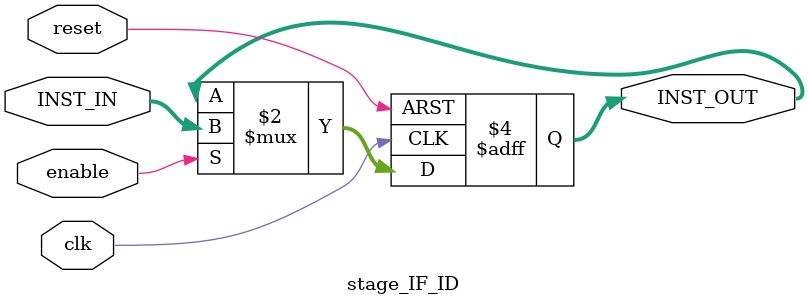
<source format=v>
module stage_IF_ID (
  input clk, reset, enable,
  input [31:0] INST_IN,
  output reg [31:0] INST_OUT);
    
  always @ (posedge clk or posedge reset) begin
    if (reset) 
      INST_OUT <= {32{1'b0}};
    else begin
      if (enable) begin
        INST_OUT <= INST_IN;
      end
    end
  end
endmodule

</source>
